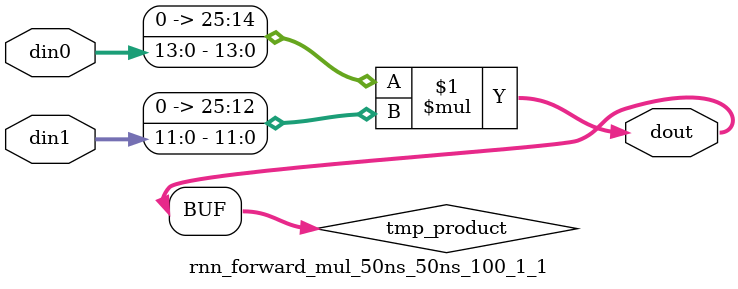
<source format=v>

`timescale 1 ns / 1 ps

  module rnn_forward_mul_50ns_50ns_100_1_1(din0, din1, dout);
parameter ID = 1;
parameter NUM_STAGE = 0;
parameter din0_WIDTH = 14;
parameter din1_WIDTH = 12;
parameter dout_WIDTH = 26;

input [din0_WIDTH - 1 : 0] din0; 
input [din1_WIDTH - 1 : 0] din1; 
output [dout_WIDTH - 1 : 0] dout;

wire signed [dout_WIDTH - 1 : 0] tmp_product;










assign tmp_product = $signed({1'b0, din0}) * $signed({1'b0, din1});











assign dout = tmp_product;







endmodule

</source>
